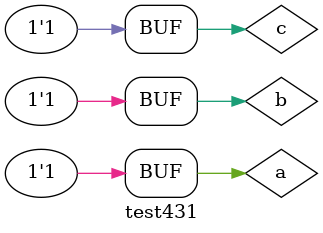
<source format=v>
`timescale 1ns / 1ps


module test431;

	// Inputs
	reg a;
	reg b;
	reg c;

	// Outputs
	wire sum;
	wire carry;

	// Instantiate the Unit Under Test (UUT)
	test43 uut (
		.a(a), 
		.b(b), 
		.c(c), 
		.sum(sum), 
		.carry(carry)
	);

	initial begin
		// Initialize Inputs
		a = 0;
		b = 0;
		c = 0;

		// Wait 100 ns for global reset to finish
		#100;
        
		// Add stimulus here
		a = 0;
		b = 0;
		c = 1;

		// Wait 100 ns for global reset to finish
		#100;
		
		a = 0;
		b = 1;
		c = 0;

		// Wait 100 ns for global reset to finish
		#100;
		
		a = 0;
		b = 1;
		c = 1;

		// Wait 100 ns for global reset to finish
		#100;
		
		a = 1;
		b = 0;
		c = 0;

		// Wait 100 ns for global reset to finish
		#100;
		
		a = 1;
		b = 0;
		c = 1;

		// Wait 100 ns for global reset to finish
		#100;
		
		a = 1;
		b = 1;
		c = 0;

		// Wait 100 ns for global reset to finish
		#100;
		
		a = 1;
		b = 1;
		c = 1;

		// Wait 100 ns for global reset to finish
		#100;

	end
      
endmodule


</source>
